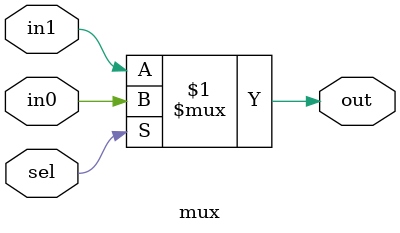
<source format=v>
`timescale 1ns / 1ps
module mux(in0,in1,sel,out);
input in0,in1,sel;
output out;

assign out=sel?in0:in1;


endmodule

</source>
